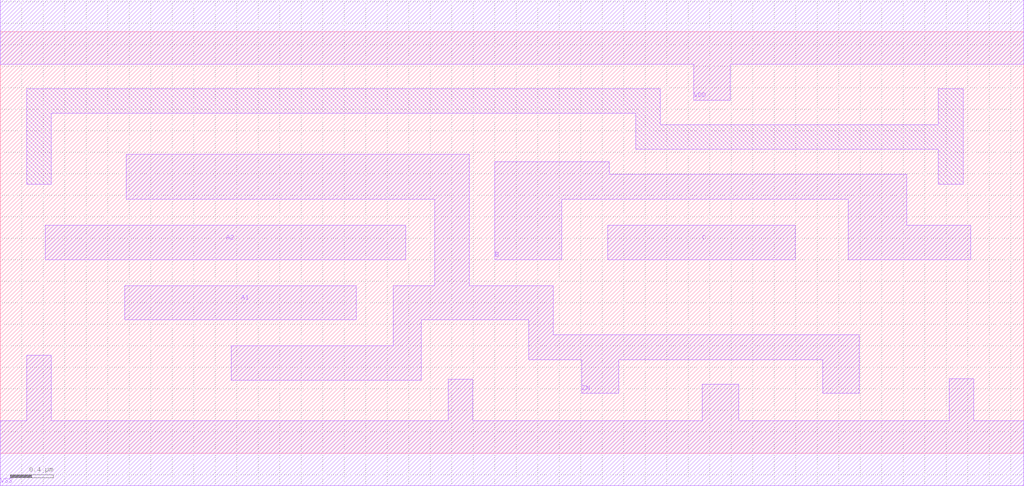
<source format=lef>
# Copyright 2022 GlobalFoundries PDK Authors
#
# Licensed under the Apache License, Version 2.0 (the "License");
# you may not use this file except in compliance with the License.
# You may obtain a copy of the License at
#
#      http://www.apache.org/licenses/LICENSE-2.0
#
# Unless required by applicable law or agreed to in writing, software
# distributed under the License is distributed on an "AS IS" BASIS,
# WITHOUT WARRANTIES OR CONDITIONS OF ANY KIND, either express or implied.
# See the License for the specific language governing permissions and
# limitations under the License.

MACRO gf180mcu_fd_sc_mcu7t5v0__aoi211_2
  CLASS core ;
  FOREIGN gf180mcu_fd_sc_mcu7t5v0__aoi211_2 0.0 0.0 ;
  ORIGIN 0 0 ;
  SYMMETRY X Y ;
  SITE GF018hv5v_mcu_sc7 ;
  SIZE 9.52 BY 3.92 ;
  PIN A1
    DIRECTION INPUT ;
    ANTENNAGATEAREA 2.076 ;
    PORT
      LAYER METAL1 ;
        POLYGON 1.16 1.24 3.31 1.24 3.31 1.56 1.16 1.56  ;
    END
  END A1
  PIN A2
    DIRECTION INPUT ;
    ANTENNAGATEAREA 2.076 ;
    PORT
      LAYER METAL1 ;
        POLYGON 0.42 1.8 3.77 1.8 3.77 2.12 0.42 2.12  ;
    END
  END A2
  PIN B
    DIRECTION INPUT ;
    ANTENNAGATEAREA 1.758 ;
    PORT
      LAYER METAL1 ;
        POLYGON 4.6 1.8 5.22 1.8 5.22 2.36 7.885 2.36 7.885 1.8 9.025 1.8 9.025 2.12 8.43 2.12 8.43 2.595 5.665 2.595 5.665 2.71 4.6 2.71  ;
    END
  END B
  PIN C
    DIRECTION INPUT ;
    ANTENNAGATEAREA 1.758 ;
    PORT
      LAYER METAL1 ;
        POLYGON 5.65 1.8 7.395 1.8 7.395 2.12 5.65 2.12  ;
    END
  END C
  PIN ZN
    DIRECTION OUTPUT ;
    ANTENNADIFFAREA 2.1268 ;
    PORT
      LAYER METAL1 ;
        POLYGON 1.17 2.36 4.04 2.36 4.04 1.56 3.655 1.56 3.655 1 2.15 1 2.15 0.68 3.915 0.68 3.915 1.24 4.915 1.24 4.915 0.87 5.41 0.87 5.41 0.56 5.75 0.56 5.75 0.87 7.65 0.87 7.65 0.56 7.99 0.56 7.99 1.1 5.145 1.1 5.145 1.56 4.36 1.56 4.36 2.78 1.17 2.78  ;
    END
  END ZN
  PIN VDD
    DIRECTION INOUT ;
    USE power ;
    SHAPE ABUTMENT ;
    PORT
      LAYER METAL1 ;
        POLYGON 0 3.62 6.45 3.62 6.45 3.285 6.79 3.285 6.79 3.62 8.955 3.62 9.52 3.62 9.52 4.22 8.955 4.22 0 4.22  ;
    END
  END VDD
  PIN VSS
    DIRECTION INOUT ;
    USE ground ;
    SHAPE ABUTMENT ;
    PORT
      LAYER METAL1 ;
        POLYGON 0 -0.3 9.52 -0.3 9.52 0.3 9.055 0.3 9.055 0.695 8.825 0.695 8.825 0.3 6.87 0.3 6.87 0.64 6.53 0.64 6.53 0.3 4.395 0.3 4.395 0.69 4.165 0.69 4.165 0.3 0.475 0.3 0.475 0.91 0.245 0.91 0.245 0.3 0 0.3  ;
    END
  END VSS
  OBS
      LAYER METAL1 ;
        POLYGON 0.245 2.5 0.475 2.5 0.475 3.16 5.91 3.16 5.91 2.825 8.725 2.825 8.725 2.5 8.955 2.5 8.955 3.39 8.725 3.39 8.725 3.055 6.14 3.055 6.14 3.39 0.245 3.39  ;
  END
END gf180mcu_fd_sc_mcu7t5v0__aoi211_2

</source>
